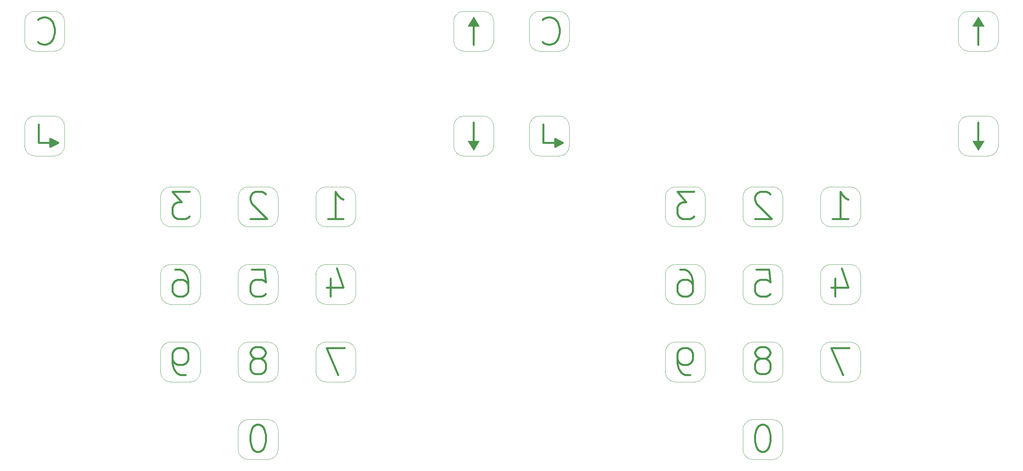
<source format=gbr>
G04 #@! TF.GenerationSoftware,KiCad,Pcbnew,(5.1.6)-1*
G04 #@! TF.CreationDate,2020-10-27T17:39:53-03:00*
G04 #@! TF.ProjectId,TP3-Panel,5450332d-5061-46e6-956c-2e6b69636164,v1.0*
G04 #@! TF.SameCoordinates,Original*
G04 #@! TF.FileFunction,Legend,Bot*
G04 #@! TF.FilePolarity,Positive*
%FSLAX46Y46*%
G04 Gerber Fmt 4.6, Leading zero omitted, Abs format (unit mm)*
G04 Created by KiCad (PCBNEW (5.1.6)-1) date 2020-10-27 17:39:53*
%MOMM*%
%LPD*%
G01*
G04 APERTURE LIST*
%ADD10C,0.500000*%
%ADD11C,0.100000*%
%ADD12C,0.120000*%
G04 APERTURE END LIST*
D10*
X331000000Y-59000000D02*
X331000000Y-52250000D01*
X273833333Y-116916666D02*
X277166666Y-116916666D01*
X277500000Y-120250000D01*
X277166666Y-119916666D01*
X276500000Y-119583333D01*
X274833333Y-119583333D01*
X274166666Y-119916666D01*
X273833333Y-120250000D01*
X273500000Y-120916666D01*
X273500000Y-122583333D01*
X273833333Y-123250000D01*
X274166666Y-123583333D01*
X274833333Y-123916666D01*
X276500000Y-123916666D01*
X277166666Y-123583333D01*
X277500000Y-123250000D01*
X218833333Y-58250000D02*
X219166666Y-58583333D01*
X220166666Y-58916666D01*
X220833333Y-58916666D01*
X221833333Y-58583333D01*
X222500000Y-57916666D01*
X222833333Y-57250000D01*
X223166666Y-55916666D01*
X223166666Y-54916666D01*
X222833333Y-53583333D01*
X222500000Y-52916666D01*
X221833333Y-52250000D01*
X220833333Y-51916666D01*
X220166666Y-51916666D01*
X219166666Y-52250000D01*
X218833333Y-52583333D01*
X256833333Y-144166666D02*
X255500000Y-144166666D01*
X254833333Y-143833333D01*
X254500000Y-143500000D01*
X253833333Y-142500000D01*
X253500000Y-141166666D01*
X253500000Y-138500000D01*
X253833333Y-137833333D01*
X254166666Y-137500000D01*
X254833333Y-137166666D01*
X256166666Y-137166666D01*
X256833333Y-137500000D01*
X257166666Y-137833333D01*
X257500000Y-138500000D01*
X257500000Y-140166666D01*
X257166666Y-140833333D01*
X256833333Y-141166666D01*
X256166666Y-141500000D01*
X254833333Y-141500000D01*
X254166666Y-141166666D01*
X253833333Y-140833333D01*
X253500000Y-140166666D01*
X293500000Y-103916666D02*
X297500000Y-103916666D01*
X295500000Y-103916666D02*
X295500000Y-96916666D01*
X296166666Y-97916666D01*
X296833333Y-98583333D01*
X297500000Y-98916666D01*
X257833333Y-96916666D02*
X253500000Y-96916666D01*
X255833333Y-99583333D01*
X254833333Y-99583333D01*
X254166666Y-99916666D01*
X253833333Y-100250000D01*
X253500000Y-100916666D01*
X253500000Y-102583333D01*
X253833333Y-103250000D01*
X254166666Y-103583333D01*
X254833333Y-103916666D01*
X256833333Y-103916666D01*
X257500000Y-103583333D01*
X257833333Y-103250000D01*
X276166666Y-139916666D02*
X276833333Y-139583333D01*
X277166666Y-139250000D01*
X277500000Y-138583333D01*
X277500000Y-138250000D01*
X277166666Y-137583333D01*
X276833333Y-137250000D01*
X276166666Y-136916666D01*
X274833333Y-136916666D01*
X274166666Y-137250000D01*
X273833333Y-137583333D01*
X273500000Y-138250000D01*
X273500000Y-138583333D01*
X273833333Y-139250000D01*
X274166666Y-139583333D01*
X274833333Y-139916666D01*
X276166666Y-139916666D01*
X276833333Y-140250000D01*
X277166666Y-140583333D01*
X277500000Y-141250000D01*
X277500000Y-142583333D01*
X277166666Y-143250000D01*
X276833333Y-143583333D01*
X276166666Y-143916666D01*
X274833333Y-143916666D01*
X274166666Y-143583333D01*
X273833333Y-143250000D01*
X273500000Y-142583333D01*
X273500000Y-141250000D01*
X273833333Y-140583333D01*
X274166666Y-140250000D01*
X274833333Y-139916666D01*
X275833333Y-156916666D02*
X275166666Y-156916666D01*
X274500000Y-157250000D01*
X274166666Y-157583333D01*
X273833333Y-158250000D01*
X273500000Y-159583333D01*
X273500000Y-161250000D01*
X273833333Y-162583333D01*
X274166666Y-163250000D01*
X274500000Y-163583333D01*
X275166666Y-163916666D01*
X275833333Y-163916666D01*
X276500000Y-163583333D01*
X276833333Y-163250000D01*
X277166666Y-162583333D01*
X277500000Y-161250000D01*
X277500000Y-159583333D01*
X277166666Y-158250000D01*
X276833333Y-157583333D01*
X276500000Y-157250000D01*
X275833333Y-156916666D01*
X277500000Y-97583333D02*
X277166666Y-97250000D01*
X276500000Y-96916666D01*
X274833333Y-96916666D01*
X274166666Y-97250000D01*
X273833333Y-97583333D01*
X273500000Y-98250000D01*
X273500000Y-98916666D01*
X273833333Y-99916666D01*
X277833333Y-103916666D01*
X273500000Y-103916666D01*
X297833333Y-137166666D02*
X293166666Y-137166666D01*
X296166666Y-144166666D01*
X254166666Y-116916666D02*
X255500000Y-116916666D01*
X256166666Y-117250000D01*
X256500000Y-117583333D01*
X257166666Y-118583333D01*
X257500000Y-119916666D01*
X257500000Y-122583333D01*
X257166666Y-123250000D01*
X256833333Y-123583333D01*
X256166666Y-123916666D01*
X254833333Y-123916666D01*
X254166666Y-123583333D01*
X253833333Y-123250000D01*
X253500000Y-122583333D01*
X253500000Y-120916666D01*
X253833333Y-120250000D01*
X254166666Y-119916666D01*
X254833333Y-119583333D01*
X256166666Y-119583333D01*
X256833333Y-119916666D01*
X257166666Y-120250000D01*
X257500000Y-120916666D01*
X294166666Y-119250000D02*
X294166666Y-123916666D01*
X295833333Y-116583333D02*
X297500000Y-121583333D01*
X293166666Y-121583333D01*
X224000000Y-84250000D02*
X222000000Y-83250000D01*
X222000000Y-85250000D02*
X222000000Y-83250000D01*
X224000000Y-84250000D02*
X222000000Y-85250000D01*
X219000000Y-84250000D02*
X224000000Y-84250000D01*
D11*
G36*
X331000000Y-86250000D02*
G01*
X329500000Y-83750000D01*
X332500000Y-83750000D01*
X331000000Y-86250000D01*
G37*
X331000000Y-86250000D02*
X329500000Y-83750000D01*
X332500000Y-83750000D01*
X331000000Y-86250000D01*
D10*
X219000000Y-79500000D02*
X219000000Y-84250000D01*
D11*
G36*
X224000000Y-84250000D02*
G01*
X222000000Y-85250000D01*
X222000000Y-83250000D01*
X224000000Y-84250000D01*
G37*
X224000000Y-84250000D02*
X222000000Y-85250000D01*
X222000000Y-83250000D01*
X224000000Y-84250000D01*
G36*
X332500000Y-54250000D02*
G01*
X329500000Y-54250000D01*
X331000000Y-51750000D01*
X332500000Y-54250000D01*
G37*
X332500000Y-54250000D02*
X329500000Y-54250000D01*
X331000000Y-51750000D01*
X332500000Y-54250000D01*
D10*
X331000000Y-79000000D02*
X331000000Y-85750000D01*
X145833333Y-156916666D02*
X145166666Y-156916666D01*
X144500000Y-157250000D01*
X144166666Y-157583333D01*
X143833333Y-158250000D01*
X143500000Y-159583333D01*
X143500000Y-161250000D01*
X143833333Y-162583333D01*
X144166666Y-163250000D01*
X144500000Y-163583333D01*
X145166666Y-163916666D01*
X145833333Y-163916666D01*
X146500000Y-163583333D01*
X146833333Y-163250000D01*
X147166666Y-162583333D01*
X147500000Y-161250000D01*
X147500000Y-159583333D01*
X147166666Y-158250000D01*
X146833333Y-157583333D01*
X146500000Y-157250000D01*
X145833333Y-156916666D01*
X201000000Y-79000000D02*
X201000000Y-85750000D01*
D11*
G36*
X201000000Y-86250000D02*
G01*
X199500000Y-83750000D01*
X202500000Y-83750000D01*
X201000000Y-86250000D01*
G37*
X201000000Y-86250000D02*
X199500000Y-83750000D01*
X202500000Y-83750000D01*
X201000000Y-86250000D01*
G36*
X202500000Y-54250000D02*
G01*
X199500000Y-54250000D01*
X201000000Y-51750000D01*
X202500000Y-54250000D01*
G37*
X202500000Y-54250000D02*
X199500000Y-54250000D01*
X201000000Y-51750000D01*
X202500000Y-54250000D01*
D10*
X201000000Y-59000000D02*
X201000000Y-52250000D01*
D11*
G36*
X94000000Y-84250000D02*
G01*
X92000000Y-85250000D01*
X92000000Y-83250000D01*
X94000000Y-84250000D01*
G37*
X94000000Y-84250000D02*
X92000000Y-85250000D01*
X92000000Y-83250000D01*
X94000000Y-84250000D01*
D10*
X92000000Y-85250000D02*
X92000000Y-83250000D01*
X94000000Y-84250000D02*
X92000000Y-83250000D01*
X94000000Y-84250000D02*
X92000000Y-85250000D01*
X89000000Y-84250000D02*
X94000000Y-84250000D01*
X89000000Y-79500000D02*
X89000000Y-84250000D01*
X88833333Y-58250000D02*
X89166666Y-58583333D01*
X90166666Y-58916666D01*
X90833333Y-58916666D01*
X91833333Y-58583333D01*
X92500000Y-57916666D01*
X92833333Y-57250000D01*
X93166666Y-55916666D01*
X93166666Y-54916666D01*
X92833333Y-53583333D01*
X92500000Y-52916666D01*
X91833333Y-52250000D01*
X90833333Y-51916666D01*
X90166666Y-51916666D01*
X89166666Y-52250000D01*
X88833333Y-52583333D01*
X126833333Y-144166666D02*
X125500000Y-144166666D01*
X124833333Y-143833333D01*
X124500000Y-143500000D01*
X123833333Y-142500000D01*
X123500000Y-141166666D01*
X123500000Y-138500000D01*
X123833333Y-137833333D01*
X124166666Y-137500000D01*
X124833333Y-137166666D01*
X126166666Y-137166666D01*
X126833333Y-137500000D01*
X127166666Y-137833333D01*
X127500000Y-138500000D01*
X127500000Y-140166666D01*
X127166666Y-140833333D01*
X126833333Y-141166666D01*
X126166666Y-141500000D01*
X124833333Y-141500000D01*
X124166666Y-141166666D01*
X123833333Y-140833333D01*
X123500000Y-140166666D01*
X146166666Y-139916666D02*
X146833333Y-139583333D01*
X147166666Y-139250000D01*
X147500000Y-138583333D01*
X147500000Y-138250000D01*
X147166666Y-137583333D01*
X146833333Y-137250000D01*
X146166666Y-136916666D01*
X144833333Y-136916666D01*
X144166666Y-137250000D01*
X143833333Y-137583333D01*
X143500000Y-138250000D01*
X143500000Y-138583333D01*
X143833333Y-139250000D01*
X144166666Y-139583333D01*
X144833333Y-139916666D01*
X146166666Y-139916666D01*
X146833333Y-140250000D01*
X147166666Y-140583333D01*
X147500000Y-141250000D01*
X147500000Y-142583333D01*
X147166666Y-143250000D01*
X146833333Y-143583333D01*
X146166666Y-143916666D01*
X144833333Y-143916666D01*
X144166666Y-143583333D01*
X143833333Y-143250000D01*
X143500000Y-142583333D01*
X143500000Y-141250000D01*
X143833333Y-140583333D01*
X144166666Y-140250000D01*
X144833333Y-139916666D01*
X167833333Y-137166666D02*
X163166666Y-137166666D01*
X166166666Y-144166666D01*
X124166666Y-116916666D02*
X125500000Y-116916666D01*
X126166666Y-117250000D01*
X126500000Y-117583333D01*
X127166666Y-118583333D01*
X127500000Y-119916666D01*
X127500000Y-122583333D01*
X127166666Y-123250000D01*
X126833333Y-123583333D01*
X126166666Y-123916666D01*
X124833333Y-123916666D01*
X124166666Y-123583333D01*
X123833333Y-123250000D01*
X123500000Y-122583333D01*
X123500000Y-120916666D01*
X123833333Y-120250000D01*
X124166666Y-119916666D01*
X124833333Y-119583333D01*
X126166666Y-119583333D01*
X126833333Y-119916666D01*
X127166666Y-120250000D01*
X127500000Y-120916666D01*
X143833333Y-116916666D02*
X147166666Y-116916666D01*
X147500000Y-120250000D01*
X147166666Y-119916666D01*
X146500000Y-119583333D01*
X144833333Y-119583333D01*
X144166666Y-119916666D01*
X143833333Y-120250000D01*
X143500000Y-120916666D01*
X143500000Y-122583333D01*
X143833333Y-123250000D01*
X144166666Y-123583333D01*
X144833333Y-123916666D01*
X146500000Y-123916666D01*
X147166666Y-123583333D01*
X147500000Y-123250000D01*
X164166666Y-119250000D02*
X164166666Y-123916666D01*
X165833333Y-116583333D02*
X167500000Y-121583333D01*
X163166666Y-121583333D01*
X127833333Y-96916666D02*
X123500000Y-96916666D01*
X125833333Y-99583333D01*
X124833333Y-99583333D01*
X124166666Y-99916666D01*
X123833333Y-100250000D01*
X123500000Y-100916666D01*
X123500000Y-102583333D01*
X123833333Y-103250000D01*
X124166666Y-103583333D01*
X124833333Y-103916666D01*
X126833333Y-103916666D01*
X127500000Y-103583333D01*
X127833333Y-103250000D01*
X147500000Y-97583333D02*
X147166666Y-97250000D01*
X146500000Y-96916666D01*
X144833333Y-96916666D01*
X144166666Y-97250000D01*
X143833333Y-97583333D01*
X143500000Y-98250000D01*
X143500000Y-98916666D01*
X143833333Y-99916666D01*
X147833333Y-103916666D01*
X143500000Y-103916666D01*
X163500000Y-103916666D02*
X167500000Y-103916666D01*
X165500000Y-103916666D02*
X165500000Y-96916666D01*
X166166666Y-97916666D01*
X166833333Y-98583333D01*
X167500000Y-98916666D01*
D12*
X253000000Y-115600000D02*
X258000000Y-115600000D01*
X250350000Y-118250000D02*
X250350000Y-123250000D01*
X260650000Y-123250000D02*
X260650000Y-118250000D01*
X258000000Y-125900000D02*
X253000000Y-125900000D01*
X258000000Y-125900000D02*
G75*
G03*
X260650000Y-123250000I0J2650000D01*
G01*
X250350000Y-123250000D02*
G75*
G03*
X253000000Y-125900000I2650000J0D01*
G01*
X253000000Y-115600000D02*
G75*
G03*
X250350000Y-118250000I0J-2650000D01*
G01*
X260650000Y-118250000D02*
G75*
G03*
X258000000Y-115600000I-2650000J0D01*
G01*
X253000000Y-135600000D02*
X258000000Y-135600000D01*
X250350000Y-138250000D02*
X250350000Y-143250000D01*
X260650000Y-143250000D02*
X260650000Y-138250000D01*
X258000000Y-145900000D02*
X253000000Y-145900000D01*
X258000000Y-145900000D02*
G75*
G03*
X260650000Y-143250000I0J2650000D01*
G01*
X250350000Y-143250000D02*
G75*
G03*
X253000000Y-145900000I2650000J0D01*
G01*
X253000000Y-135600000D02*
G75*
G03*
X250350000Y-138250000I0J-2650000D01*
G01*
X260650000Y-138250000D02*
G75*
G03*
X258000000Y-135600000I-2650000J0D01*
G01*
X273000000Y-115600000D02*
X278000000Y-115600000D01*
X270350000Y-118250000D02*
X270350000Y-123250000D01*
X280650000Y-123250000D02*
X280650000Y-118250000D01*
X278000000Y-125900000D02*
X273000000Y-125900000D01*
X278000000Y-125900000D02*
G75*
G03*
X280650000Y-123250000I0J2650000D01*
G01*
X270350000Y-123250000D02*
G75*
G03*
X273000000Y-125900000I2650000J0D01*
G01*
X273000000Y-115600000D02*
G75*
G03*
X270350000Y-118250000I0J-2650000D01*
G01*
X280650000Y-118250000D02*
G75*
G03*
X278000000Y-115600000I-2650000J0D01*
G01*
X328500000Y-77350000D02*
X333500000Y-77350000D01*
X325850000Y-80000000D02*
X325850000Y-85000000D01*
X336150000Y-85000000D02*
X336150000Y-80000000D01*
X333500000Y-87650000D02*
X328500000Y-87650000D01*
X333500000Y-87650000D02*
G75*
G03*
X336150000Y-85000000I0J2650000D01*
G01*
X325850000Y-85000000D02*
G75*
G03*
X328500000Y-87650000I2650000J0D01*
G01*
X328500000Y-77350000D02*
G75*
G03*
X325850000Y-80000000I0J-2650000D01*
G01*
X336150000Y-80000000D02*
G75*
G03*
X333500000Y-77350000I-2650000J0D01*
G01*
X293000000Y-135600000D02*
X298000000Y-135600000D01*
X290350000Y-138250000D02*
X290350000Y-143250000D01*
X300650000Y-143250000D02*
X300650000Y-138250000D01*
X298000000Y-145900000D02*
X293000000Y-145900000D01*
X298000000Y-145900000D02*
G75*
G03*
X300650000Y-143250000I0J2650000D01*
G01*
X290350000Y-143250000D02*
G75*
G03*
X293000000Y-145900000I2650000J0D01*
G01*
X293000000Y-135600000D02*
G75*
G03*
X290350000Y-138250000I0J-2650000D01*
G01*
X300650000Y-138250000D02*
G75*
G03*
X298000000Y-135600000I-2650000J0D01*
G01*
X218000000Y-77350000D02*
X223000000Y-77350000D01*
X215350000Y-80000000D02*
X215350000Y-85000000D01*
X225650000Y-85000000D02*
X225650000Y-80000000D01*
X223000000Y-87650000D02*
X218000000Y-87650000D01*
X223000000Y-87650000D02*
G75*
G03*
X225650000Y-85000000I0J2650000D01*
G01*
X215350000Y-85000000D02*
G75*
G03*
X218000000Y-87650000I2650000J0D01*
G01*
X218000000Y-77350000D02*
G75*
G03*
X215350000Y-80000000I0J-2650000D01*
G01*
X225650000Y-80000000D02*
G75*
G03*
X223000000Y-77350000I-2650000J0D01*
G01*
X293000000Y-95600000D02*
X298000000Y-95600000D01*
X290350000Y-98250000D02*
X290350000Y-103250000D01*
X300650000Y-103250000D02*
X300650000Y-98250000D01*
X298000000Y-105900000D02*
X293000000Y-105900000D01*
X298000000Y-105900000D02*
G75*
G03*
X300650000Y-103250000I0J2650000D01*
G01*
X290350000Y-103250000D02*
G75*
G03*
X293000000Y-105900000I2650000J0D01*
G01*
X293000000Y-95600000D02*
G75*
G03*
X290350000Y-98250000I0J-2650000D01*
G01*
X300650000Y-98250000D02*
G75*
G03*
X298000000Y-95600000I-2650000J0D01*
G01*
X218000000Y-50350000D02*
X223000000Y-50350000D01*
X215350000Y-53000000D02*
X215350000Y-58000000D01*
X225650000Y-58000000D02*
X225650000Y-53000000D01*
X223000000Y-60650000D02*
X218000000Y-60650000D01*
X223000000Y-60650000D02*
G75*
G03*
X225650000Y-58000000I0J2650000D01*
G01*
X215350000Y-58000000D02*
G75*
G03*
X218000000Y-60650000I2650000J0D01*
G01*
X218000000Y-50350000D02*
G75*
G03*
X215350000Y-53000000I0J-2650000D01*
G01*
X225650000Y-53000000D02*
G75*
G03*
X223000000Y-50350000I-2650000J0D01*
G01*
X253000000Y-95600000D02*
X258000000Y-95600000D01*
X250350000Y-98250000D02*
X250350000Y-103250000D01*
X260650000Y-103250000D02*
X260650000Y-98250000D01*
X258000000Y-105900000D02*
X253000000Y-105900000D01*
X258000000Y-105900000D02*
G75*
G03*
X260650000Y-103250000I0J2650000D01*
G01*
X250350000Y-103250000D02*
G75*
G03*
X253000000Y-105900000I2650000J0D01*
G01*
X253000000Y-95600000D02*
G75*
G03*
X250350000Y-98250000I0J-2650000D01*
G01*
X260650000Y-98250000D02*
G75*
G03*
X258000000Y-95600000I-2650000J0D01*
G01*
X293000000Y-115600000D02*
X298000000Y-115600000D01*
X290350000Y-118250000D02*
X290350000Y-123250000D01*
X300650000Y-123250000D02*
X300650000Y-118250000D01*
X298000000Y-125900000D02*
X293000000Y-125900000D01*
X298000000Y-125900000D02*
G75*
G03*
X300650000Y-123250000I0J2650000D01*
G01*
X290350000Y-123250000D02*
G75*
G03*
X293000000Y-125900000I2650000J0D01*
G01*
X293000000Y-115600000D02*
G75*
G03*
X290350000Y-118250000I0J-2650000D01*
G01*
X300650000Y-118250000D02*
G75*
G03*
X298000000Y-115600000I-2650000J0D01*
G01*
X273000000Y-95600000D02*
X278000000Y-95600000D01*
X270350000Y-98250000D02*
X270350000Y-103250000D01*
X280650000Y-103250000D02*
X280650000Y-98250000D01*
X278000000Y-105900000D02*
X273000000Y-105900000D01*
X278000000Y-105900000D02*
G75*
G03*
X280650000Y-103250000I0J2650000D01*
G01*
X270350000Y-103250000D02*
G75*
G03*
X273000000Y-105900000I2650000J0D01*
G01*
X273000000Y-95600000D02*
G75*
G03*
X270350000Y-98250000I0J-2650000D01*
G01*
X280650000Y-98250000D02*
G75*
G03*
X278000000Y-95600000I-2650000J0D01*
G01*
X328500000Y-50350000D02*
X333500000Y-50350000D01*
X325850000Y-53000000D02*
X325850000Y-58000000D01*
X336150000Y-58000000D02*
X336150000Y-53000000D01*
X333500000Y-60650000D02*
X328500000Y-60650000D01*
X333500000Y-60650000D02*
G75*
G03*
X336150000Y-58000000I0J2650000D01*
G01*
X325850000Y-58000000D02*
G75*
G03*
X328500000Y-60650000I2650000J0D01*
G01*
X328500000Y-50350000D02*
G75*
G03*
X325850000Y-53000000I0J-2650000D01*
G01*
X336150000Y-53000000D02*
G75*
G03*
X333500000Y-50350000I-2650000J0D01*
G01*
X273000000Y-155600000D02*
X278000000Y-155600000D01*
X270350000Y-158250000D02*
X270350000Y-163250000D01*
X280650000Y-163250000D02*
X280650000Y-158250000D01*
X278000000Y-165900000D02*
X273000000Y-165900000D01*
X278000000Y-165900000D02*
G75*
G03*
X280650000Y-163250000I0J2650000D01*
G01*
X270350000Y-163250000D02*
G75*
G03*
X273000000Y-165900000I2650000J0D01*
G01*
X273000000Y-155600000D02*
G75*
G03*
X270350000Y-158250000I0J-2650000D01*
G01*
X280650000Y-158250000D02*
G75*
G03*
X278000000Y-155600000I-2650000J0D01*
G01*
X273000000Y-135600000D02*
X278000000Y-135600000D01*
X270350000Y-138250000D02*
X270350000Y-143250000D01*
X280650000Y-143250000D02*
X280650000Y-138250000D01*
X278000000Y-145900000D02*
X273000000Y-145900000D01*
X278000000Y-145900000D02*
G75*
G03*
X280650000Y-143250000I0J2650000D01*
G01*
X270350000Y-143250000D02*
G75*
G03*
X273000000Y-145900000I2650000J0D01*
G01*
X273000000Y-135600000D02*
G75*
G03*
X270350000Y-138250000I0J-2650000D01*
G01*
X280650000Y-138250000D02*
G75*
G03*
X278000000Y-135600000I-2650000J0D01*
G01*
X203500000Y-87650000D02*
X198500000Y-87650000D01*
X206150000Y-85000000D02*
X206150000Y-80000000D01*
X195850000Y-80000000D02*
X195850000Y-85000000D01*
X198500000Y-77350000D02*
X203500000Y-77350000D01*
X206150000Y-80000000D02*
G75*
G03*
X203500000Y-77350000I-2650000J0D01*
G01*
X198500000Y-77350000D02*
G75*
G03*
X195850000Y-80000000I0J-2650000D01*
G01*
X195850000Y-85000000D02*
G75*
G03*
X198500000Y-87650000I2650000J0D01*
G01*
X203500000Y-87650000D02*
G75*
G03*
X206150000Y-85000000I0J2650000D01*
G01*
X203500000Y-60650000D02*
X198500000Y-60650000D01*
X206150000Y-58000000D02*
X206150000Y-53000000D01*
X195850000Y-53000000D02*
X195850000Y-58000000D01*
X198500000Y-50350000D02*
X203500000Y-50350000D01*
X206150000Y-53000000D02*
G75*
G03*
X203500000Y-50350000I-2650000J0D01*
G01*
X198500000Y-50350000D02*
G75*
G03*
X195850000Y-53000000I0J-2650000D01*
G01*
X195850000Y-58000000D02*
G75*
G03*
X198500000Y-60650000I2650000J0D01*
G01*
X203500000Y-60650000D02*
G75*
G03*
X206150000Y-58000000I0J2650000D01*
G01*
X93000000Y-87650000D02*
X88000000Y-87650000D01*
X95650000Y-85000000D02*
X95650000Y-80000000D01*
X85350000Y-80000000D02*
X85350000Y-85000000D01*
X88000000Y-77350000D02*
X93000000Y-77350000D01*
X95650000Y-80000000D02*
G75*
G03*
X93000000Y-77350000I-2650000J0D01*
G01*
X88000000Y-77350000D02*
G75*
G03*
X85350000Y-80000000I0J-2650000D01*
G01*
X85350000Y-85000000D02*
G75*
G03*
X88000000Y-87650000I2650000J0D01*
G01*
X93000000Y-87650000D02*
G75*
G03*
X95650000Y-85000000I0J2650000D01*
G01*
X93000000Y-60650000D02*
X88000000Y-60650000D01*
X95650000Y-58000000D02*
X95650000Y-53000000D01*
X85350000Y-53000000D02*
X85350000Y-58000000D01*
X88000000Y-50350000D02*
X93000000Y-50350000D01*
X95650000Y-53000000D02*
G75*
G03*
X93000000Y-50350000I-2650000J0D01*
G01*
X88000000Y-50350000D02*
G75*
G03*
X85350000Y-53000000I0J-2650000D01*
G01*
X85350000Y-58000000D02*
G75*
G03*
X88000000Y-60650000I2650000J0D01*
G01*
X93000000Y-60650000D02*
G75*
G03*
X95650000Y-58000000I0J2650000D01*
G01*
X148000000Y-165900000D02*
X143000000Y-165900000D01*
X150650000Y-163250000D02*
X150650000Y-158250000D01*
X140350000Y-158250000D02*
X140350000Y-163250000D01*
X143000000Y-155600000D02*
X148000000Y-155600000D01*
X150650000Y-158250000D02*
G75*
G03*
X148000000Y-155600000I-2650000J0D01*
G01*
X143000000Y-155600000D02*
G75*
G03*
X140350000Y-158250000I0J-2650000D01*
G01*
X140350000Y-163250000D02*
G75*
G03*
X143000000Y-165900000I2650000J0D01*
G01*
X148000000Y-165900000D02*
G75*
G03*
X150650000Y-163250000I0J2650000D01*
G01*
X128000000Y-145900000D02*
X123000000Y-145900000D01*
X130650000Y-143250000D02*
X130650000Y-138250000D01*
X120350000Y-138250000D02*
X120350000Y-143250000D01*
X123000000Y-135600000D02*
X128000000Y-135600000D01*
X130650000Y-138250000D02*
G75*
G03*
X128000000Y-135600000I-2650000J0D01*
G01*
X123000000Y-135600000D02*
G75*
G03*
X120350000Y-138250000I0J-2650000D01*
G01*
X120350000Y-143250000D02*
G75*
G03*
X123000000Y-145900000I2650000J0D01*
G01*
X128000000Y-145900000D02*
G75*
G03*
X130650000Y-143250000I0J2650000D01*
G01*
X148000000Y-145900000D02*
X143000000Y-145900000D01*
X150650000Y-143250000D02*
X150650000Y-138250000D01*
X140350000Y-138250000D02*
X140350000Y-143250000D01*
X143000000Y-135600000D02*
X148000000Y-135600000D01*
X150650000Y-138250000D02*
G75*
G03*
X148000000Y-135600000I-2650000J0D01*
G01*
X143000000Y-135600000D02*
G75*
G03*
X140350000Y-138250000I0J-2650000D01*
G01*
X140350000Y-143250000D02*
G75*
G03*
X143000000Y-145900000I2650000J0D01*
G01*
X148000000Y-145900000D02*
G75*
G03*
X150650000Y-143250000I0J2650000D01*
G01*
X168000000Y-145900000D02*
X163000000Y-145900000D01*
X170650000Y-143250000D02*
X170650000Y-138250000D01*
X160350000Y-138250000D02*
X160350000Y-143250000D01*
X163000000Y-135600000D02*
X168000000Y-135600000D01*
X170650000Y-138250000D02*
G75*
G03*
X168000000Y-135600000I-2650000J0D01*
G01*
X163000000Y-135600000D02*
G75*
G03*
X160350000Y-138250000I0J-2650000D01*
G01*
X160350000Y-143250000D02*
G75*
G03*
X163000000Y-145900000I2650000J0D01*
G01*
X168000000Y-145900000D02*
G75*
G03*
X170650000Y-143250000I0J2650000D01*
G01*
X128000000Y-125900000D02*
X123000000Y-125900000D01*
X130650000Y-123250000D02*
X130650000Y-118250000D01*
X120350000Y-118250000D02*
X120350000Y-123250000D01*
X123000000Y-115600000D02*
X128000000Y-115600000D01*
X130650000Y-118250000D02*
G75*
G03*
X128000000Y-115600000I-2650000J0D01*
G01*
X123000000Y-115600000D02*
G75*
G03*
X120350000Y-118250000I0J-2650000D01*
G01*
X120350000Y-123250000D02*
G75*
G03*
X123000000Y-125900000I2650000J0D01*
G01*
X128000000Y-125900000D02*
G75*
G03*
X130650000Y-123250000I0J2650000D01*
G01*
X148000000Y-125900000D02*
X143000000Y-125900000D01*
X150650000Y-123250000D02*
X150650000Y-118250000D01*
X140350000Y-118250000D02*
X140350000Y-123250000D01*
X143000000Y-115600000D02*
X148000000Y-115600000D01*
X150650000Y-118250000D02*
G75*
G03*
X148000000Y-115600000I-2650000J0D01*
G01*
X143000000Y-115600000D02*
G75*
G03*
X140350000Y-118250000I0J-2650000D01*
G01*
X140350000Y-123250000D02*
G75*
G03*
X143000000Y-125900000I2650000J0D01*
G01*
X148000000Y-125900000D02*
G75*
G03*
X150650000Y-123250000I0J2650000D01*
G01*
X168000000Y-125900000D02*
X163000000Y-125900000D01*
X170650000Y-123250000D02*
X170650000Y-118250000D01*
X160350000Y-118250000D02*
X160350000Y-123250000D01*
X163000000Y-115600000D02*
X168000000Y-115600000D01*
X170650000Y-118250000D02*
G75*
G03*
X168000000Y-115600000I-2650000J0D01*
G01*
X163000000Y-115600000D02*
G75*
G03*
X160350000Y-118250000I0J-2650000D01*
G01*
X160350000Y-123250000D02*
G75*
G03*
X163000000Y-125900000I2650000J0D01*
G01*
X168000000Y-125900000D02*
G75*
G03*
X170650000Y-123250000I0J2650000D01*
G01*
X128000000Y-105900000D02*
X123000000Y-105900000D01*
X130650000Y-103250000D02*
X130650000Y-98250000D01*
X120350000Y-98250000D02*
X120350000Y-103250000D01*
X123000000Y-95600000D02*
X128000000Y-95600000D01*
X130650000Y-98250000D02*
G75*
G03*
X128000000Y-95600000I-2650000J0D01*
G01*
X123000000Y-95600000D02*
G75*
G03*
X120350000Y-98250000I0J-2650000D01*
G01*
X120350000Y-103250000D02*
G75*
G03*
X123000000Y-105900000I2650000J0D01*
G01*
X128000000Y-105900000D02*
G75*
G03*
X130650000Y-103250000I0J2650000D01*
G01*
X148000000Y-105900000D02*
X143000000Y-105900000D01*
X150650000Y-103250000D02*
X150650000Y-98250000D01*
X140350000Y-98250000D02*
X140350000Y-103250000D01*
X143000000Y-95600000D02*
X148000000Y-95600000D01*
X150650000Y-98250000D02*
G75*
G03*
X148000000Y-95600000I-2650000J0D01*
G01*
X143000000Y-95600000D02*
G75*
G03*
X140350000Y-98250000I0J-2650000D01*
G01*
X140350000Y-103250000D02*
G75*
G03*
X143000000Y-105900000I2650000J0D01*
G01*
X148000000Y-105900000D02*
G75*
G03*
X150650000Y-103250000I0J2650000D01*
G01*
X168000000Y-105900000D02*
X163000000Y-105900000D01*
X170650000Y-103250000D02*
X170650000Y-98250000D01*
X160350000Y-98250000D02*
X160350000Y-103250000D01*
X163000000Y-95600000D02*
X168000000Y-95600000D01*
X170650000Y-98250000D02*
G75*
G03*
X168000000Y-95600000I-2650000J0D01*
G01*
X163000000Y-95600000D02*
G75*
G03*
X160350000Y-98250000I0J-2650000D01*
G01*
X160350000Y-103250000D02*
G75*
G03*
X163000000Y-105900000I2650000J0D01*
G01*
X168000000Y-105900000D02*
G75*
G03*
X170650000Y-103250000I0J2650000D01*
G01*
M02*

</source>
